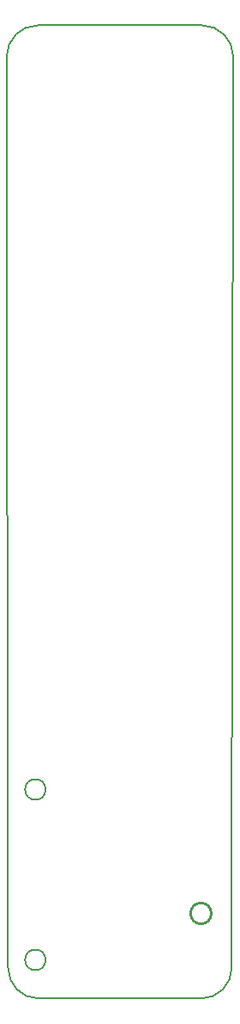
<source format=gbr>
%TF.GenerationSoftware,KiCad,Pcbnew,9.0.3*%
%TF.CreationDate,2025-10-01T23:26:51-04:00*%
%TF.ProjectId,Photon,50686f74-6f6e-42e6-9b69-6361645f7063,1.3*%
%TF.SameCoordinates,Original*%
%TF.FileFunction,Profile,NP*%
%FSLAX46Y46*%
G04 Gerber Fmt 4.6, Leading zero omitted, Abs format (unit mm)*
G04 Created by KiCad (PCBNEW 9.0.3) date 2025-10-01 23:26:51*
%MOMM*%
%LPD*%
G01*
G04 APERTURE LIST*
%TA.AperFunction,Profile*%
%ADD10C,0.200000*%
%TD*%
%TA.AperFunction,Profile*%
%ADD11C,0.250000*%
%TD*%
G04 APERTURE END LIST*
D10*
X41910000Y-112776000D02*
X41779261Y-23114000D01*
X45623137Y-95250000D02*
G75*
G02*
X43591137Y-95250000I-1016000J0D01*
G01*
X43591137Y-95250000D02*
G75*
G02*
X45623137Y-95250000I1016000J0D01*
G01*
X61090739Y-20066000D02*
G75*
G02*
X64138700Y-23114000I-39J-3048000D01*
G01*
X64138700Y-23114000D02*
X64008000Y-112776000D01*
X60960000Y-115824000D02*
X44958000Y-115824000D01*
X45623137Y-112014000D02*
G75*
G02*
X43591137Y-112014000I-1016000J0D01*
G01*
X43591137Y-112014000D02*
G75*
G02*
X45623137Y-112014000I1016000J0D01*
G01*
X41779261Y-23114000D02*
G75*
G02*
X44827261Y-20065961I3048039J0D01*
G01*
X64008000Y-112776000D02*
G75*
G02*
X60960000Y-115824000I-3048000J0D01*
G01*
X44827261Y-20066002D02*
X61090739Y-20066001D01*
X44958000Y-115824000D02*
G75*
G02*
X41910000Y-112776000I0J3048000D01*
G01*
D11*
%TO.C,BT1*%
X61981505Y-107442000D02*
G75*
G02*
X59938495Y-107442000I-1021505J0D01*
G01*
X59938495Y-107442000D02*
G75*
G02*
X61981505Y-107442000I1021505J0D01*
G01*
%TD*%
M02*

</source>
